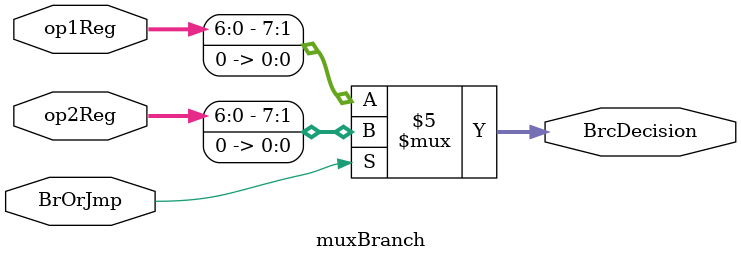
<source format=v>
module muxBranch(
    input [7:0] op1Reg, op2Reg,
    input BrOrJmp,
    output reg [7:0] BrcDecision
);

always@(*) begin
	if (BrOrJmp) begin
        	BrcDecision = op2Reg << 1;
	end
	else begin
        	BrcDecision = op1Reg << 1;
	end
end


endmodule

</source>
